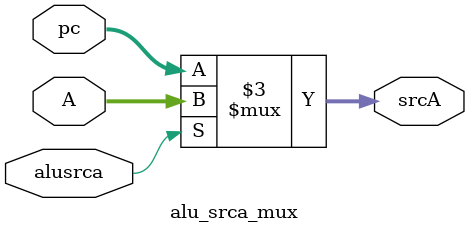
<source format=v>
module alu_srca_mux (
    input alusrca,      
    input [31:0] pc,            
    input [31:0] A,             
    output reg [31:0] srcA      
);

    always @(*) begin
        if (alusrca)
            srcA = A;
        else
            srcA = pc;
    end

endmodule
</source>
